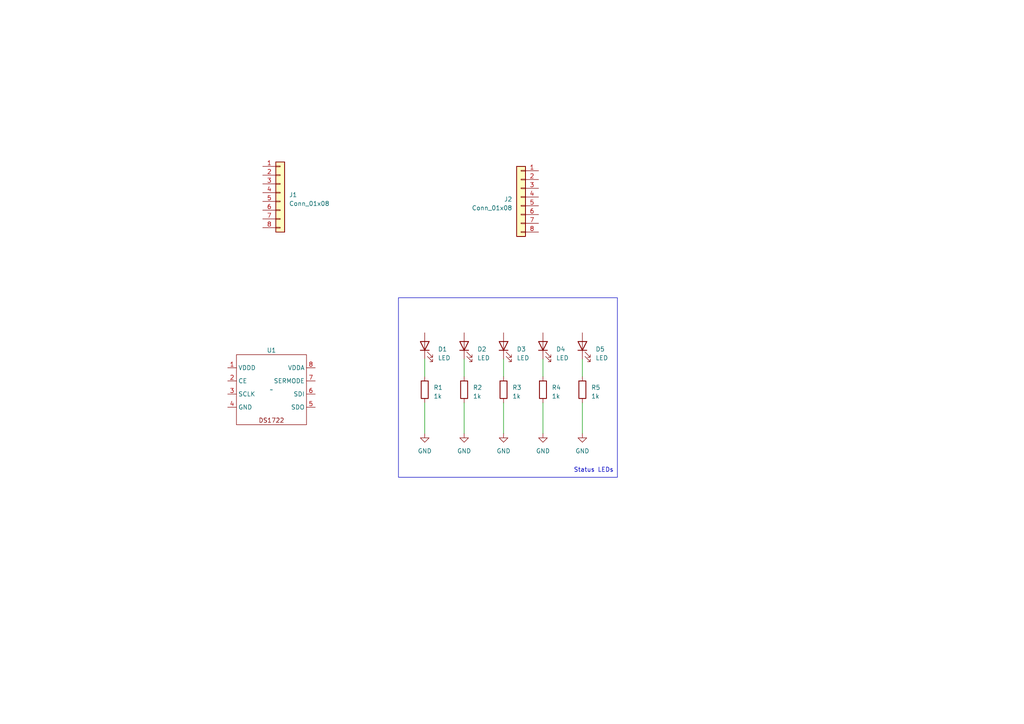
<source format=kicad_sch>
(kicad_sch (version 20230121) (generator eeschema)
  (paper "A4")
  (lib_symbols
    (symbol "Connector_Generic:Conn_01x08" (pin_names (offset 1.016) hide)
      (property "Reference" "J" (at 0 10.16 0))
      (property "Value" "Conn_01x08" (at 0 -12.7 0))
      (symbol "Conn_01x08_1_1"
        (rectangle (start -1.27 -10.033) (end 0 -10.287) (stroke (width 0.1524)))
        (rectangle (start -1.27 -7.493) (end 0 -7.747) (stroke (width 0.1524)))
        (rectangle (start -1.27 -4.953) (end 0 -5.207) (stroke (width 0.1524)))
        (rectangle (start -1.27 -2.413) (end 0 -2.667) (stroke (width 0.1524)))
        (rectangle (start -1.27 0.127) (end 0 -0.127) (stroke (width 0.1524)))
        (rectangle (start -1.27 2.667) (end 0 2.413) (stroke (width 0.1524)))
        (rectangle (start -1.27 5.207) (end 0 4.953) (stroke (width 0.1524)))
        (rectangle (start -1.27 7.747) (end 0 7.493) (stroke (width 0.1524)))
        (rectangle (start -1.27 8.89) (end 1.27 -11.43) (stroke (width 0.254)) (fill (type background)))
        (pin passive line (at -5.08 7.62 0) (length 3.81) (name "Pin_1") (number "1"))
        (pin passive line (at -5.08 5.08 0) (length 3.81) (name "Pin_2") (number "2"))
        (pin passive line (at -5.08 2.54 0) (length 3.81) (name "Pin_3") (number "3"))
        (pin passive line (at -5.08 0 0) (length 3.81) (name "Pin_4") (number "4"))
        (pin passive line (at -5.08 -2.54 0) (length 3.81) (name "Pin_5") (number "5"))
        (pin passive line (at -5.08 -5.08 0) (length 3.81) (name "Pin_6") (number "6"))
        (pin passive line (at -5.08 -7.62 0) (length 3.81) (name "Pin_7") (number "7"))
        (pin passive line (at -5.08 -10.16 0) (length 3.81) (name "Pin_8") (number "8"))
      )
    )
    (symbol "DS1722:DS1722"
      (property "Reference" "U" (at -8.89 11.43 0))
      (symbol "DS1722_0_1"
        (rectangle (start -10.16 10.16) (end 10.16 -10.16))
      )
      (symbol "DS1722_1_1"
        (text "DS1722\n" (at 0 -8.89 0) (effects (font (size 1.27 1.27))))
        (pin input line (at -12.7 6.35 0) (length 2.54) (name "VDDD") (number "1"))
        (pin input line (at -12.7 2.54 0) (length 2.54) (name "CE") (number "2"))
        (pin input line (at -12.7 -1.27 0) (length 2.54) (name "SCLK") (number "3"))
        (pin input line (at -12.7 -5.08 0) (length 2.54) (name "GND") (number "4"))
        (pin input line (at 12.7 -5.08 180) (length 2.54) (name "SDO") (number "5"))
        (pin input line (at 12.7 -1.27 180) (length 2.54) (name "SDI") (number "6"))
        (pin input line (at 12.7 2.54 180) (length 2.54) (name "SERMODE") (number "7"))
        (pin input line (at 12.7 6.35 180) (length 2.54) (name "VDDA") (number "8"))
      )
    )
    (symbol "Device:LED" (pin_numbers hide) (pin_names (offset 1.016) hide)
      (property "Reference" "D" (at 0 2.54 0))
      (property "Value" "LED" (at 0 -2.54 0))
      (symbol "LED_0_1"
        (polyline (pts (xy -1.27 -1.27) (xy -1.27 1.27)) (stroke (width 0.254)))
        (polyline (pts (xy -1.27 0) (xy 1.27 0)))
        (polyline (pts (xy 1.27 -1.27) (xy 1.27 1.27) (xy -1.27 0) (xy 1.27 -1.27)) (stroke (width 0.254)))
        (polyline (pts (xy -3.048 -0.762) (xy -4.572 -2.286) (xy -3.81 -2.286) (xy -4.572 -2.286) (xy -4.572 -1.524)))
        (polyline (pts (xy -1.778 -0.762) (xy -3.302 -2.286) (xy -2.54 -2.286) (xy -3.302 -2.286) (xy -3.302 -1.524)))
      )
      (symbol "LED_1_1"
        (pin passive line (at -3.81 0 0) (length 2.54) (name "K") (number "1"))
        (pin passive line (at 3.81 0 180) (length 2.54) (name "A") (number "2"))
      )
    )
    (symbol "Device:R" (pin_numbers hide) (pin_names (offset 0))
      (property "Reference" "R" (at 2.032 0 90))
      (property "Value" "R" (at 0 0 90))
      (symbol "R_0_1"
        (rectangle (start -1.016 -2.54) (end 1.016 2.54) (stroke (width 0.254)))
      )
      (symbol "R_1_1"
        (pin passive line (at 0 3.81 270) (length 1.27) (name "~") (number "1"))
        (pin passive line (at 0 -3.81 90) (length 1.27) (name "~") (number "2"))
      )
    )
    (symbol "power:GND" (power) (pin_names (offset 0))
      (property "Value" "GND" (at 0 -3.81 0))
      (symbol "GND_0_1"
        (polyline (pts (xy 0 0) (xy 0 -1.27) (xy 1.27 -1.27) (xy 0 -2.54) (xy -1.27 -1.27) (xy 0 -1.27)))
      )
      (symbol "GND_1_1"
        (pin power_in line (at 0 0 270) (length 0) hide (name "GND") (number "1"))
      )
    )
  )
  (wire (pts (xy 168.91 104.14) (xy 168.91 109.22)))
  (wire (pts (xy 146.05 116.84) (xy 146.05 125.73)))
  (wire (pts (xy 157.48 104.14) (xy 157.48 109.22)))
  (wire (pts (xy 134.62 116.84) (xy 134.62 125.73)))
  (wire (pts (xy 123.19 104.14) (xy 123.19 109.22)))
  (wire (pts (xy 168.91 116.84) (xy 168.91 125.73)))
  (wire (pts (xy 134.62 104.14) (xy 134.62 109.22)))
  (wire (pts (xy 123.19 116.84) (xy 123.19 125.73)))
  (wire (pts (xy 146.05 104.14) (xy 146.05 109.22)))
  (wire (pts (xy 157.48 116.84) (xy 157.48 125.73)))
  (rectangle (start 115.57 86.36) (end 179.07 138.43))
  (text "Status LEDs" (at 166.37 137.16 0) (effects (font (size 1.27 1.27)) (justify left bottom)))
  (symbol (lib_id "Device:R") (at 146.05 113.03 0) (unit 1)
    (property "Reference" "R3" (at 148.59 112.395 0) (effects (justify left)))
    (property "Value" "1k" (at 148.59 114.935 0) (effects (justify left)))
  )
  (symbol (lib_id "Device:R") (at 157.48 113.03 0) (unit 1)
    (property "Reference" "R4" (at 160.02 112.395 0) (effects (justify left)))
    (property "Value" "1k" (at 160.02 114.935 0) (effects (justify left)))
  )
  (symbol (lib_id "Device:R") (at 134.62 113.03 0) (unit 1)
    (property "Reference" "R2" (at 137.16 112.395 0) (effects (justify left)))
    (property "Value" "1k" (at 137.16 114.935 0) (effects (justify left)))
  )
  (symbol (lib_id "Device:LED") (at 123.19 100.33 90) (unit 1)
    (property "Reference" "D1" (at 127 101.2825 90) (effects (justify right)))
    (property "Value" "LED" (at 127 103.8225 90) (effects (justify right)))
  )
  (symbol (lib_id "Device:R") (at 168.91 113.03 0) (unit 1)
    (property "Reference" "R5" (at 171.45 112.395 0) (effects (justify left)))
    (property "Value" "1k" (at 171.45 114.935 0) (effects (justify left)))
  )
  (symbol (lib_id "Device:R") (at 123.19 113.03 0) (unit 1)
    (property "Reference" "R1" (at 125.73 112.395 0) (effects (justify left)))
    (property "Value" "1k" (at 125.73 114.935 0) (effects (justify left)))
  )
  (symbol (lib_id "power:GND") (at 146.05 125.73 0) (unit 1)
    (property "Reference" "#PWR03" (effects hide))
    (property "Value" "GND" (at 146.05 130.81 0))
  )
  (symbol (lib_id "Connector_Generic:Conn_01x08") (at 151.13 57.15 0) (mirror y) (unit 1)
    (property "Reference" "J2" (at 148.59 57.785 0) (effects (justify left)))
    (property "Value" "Conn_01x08" (at 148.59 60.325 0) (effects (justify left)))
  )
  (symbol (lib_id "Device:LED") (at 146.05 100.33 90) (unit 1)
    (property "Reference" "D3" (at 149.86 101.2825 90) (effects (justify right)))
    (property "Value" "LED" (at 149.86 103.8225 90) (effects (justify right)))
  )
  (symbol (lib_id "power:GND") (at 168.91 125.73 0) (unit 1)
    (property "Reference" "#PWR05" (effects hide))
    (property "Value" "GND" (at 168.91 130.81 0))
  )
  (symbol (lib_id "Device:LED") (at 134.62 100.33 90) (unit 1)
    (property "Reference" "D2" (at 138.43 101.2825 90) (effects (justify right)))
    (property "Value" "LED" (at 138.43 103.8225 90) (effects (justify right)))
  )
  (symbol (lib_id "Device:LED") (at 157.48 100.33 90) (unit 1)
    (property "Reference" "D4" (at 161.29 101.2825 90) (effects (justify right)))
    (property "Value" "LED" (at 161.29 103.8225 90) (effects (justify right)))
  )
  (symbol (lib_id "Device:LED") (at 168.91 100.33 90) (unit 1)
    (property "Reference" "D5" (at 172.72 101.2825 90) (effects (justify right)))
    (property "Value" "LED" (at 172.72 103.8225 90) (effects (justify right)))
  )
  (symbol (lib_id "power:GND") (at 123.19 125.73 0) (unit 1)
    (property "Reference" "#PWR01" (effects hide))
    (property "Value" "GND" (at 123.19 130.81 0))
  )
  (symbol (lib_id "DS1722:DS1722") (at 78.74 113.03 0) (unit 1)
    (property "Reference" "U1" (at 78.74 101.6 0))
    (property "Value" "~" (at 78.74 113.03 0))
  )
  (symbol (lib_id "power:GND") (at 157.48 125.73 0) (unit 1)
    (property "Reference" "#PWR04" (effects hide))
    (property "Value" "GND" (at 157.48 130.81 0))
  )
  (symbol (lib_id "Connector_Generic:Conn_01x08") (at 81.28 55.88 0) (unit 1)
    (property "Reference" "J1" (at 83.82 56.515 0) (effects (justify left)))
    (property "Value" "Conn_01x08" (at 83.82 59.055 0) (effects (justify left)))
  )
  (symbol (lib_id "power:GND") (at 134.62 125.73 0) (unit 1)
    (property "Reference" "#PWR02" (effects hide))
    (property "Value" "GND" (at 134.62 130.81 0))
  )
)
</source>
